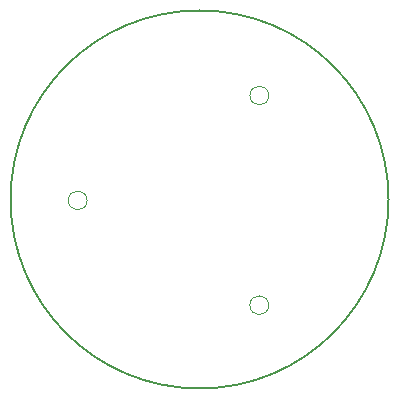
<source format=gbr>
%TF.GenerationSoftware,KiCad,Pcbnew,8.0.4*%
%TF.CreationDate,2024-09-16T16:17:47+01:00*%
%TF.ProjectId,algoritmi_motor,616c676f-7269-4746-9d69-5f6d6f746f72,rev?*%
%TF.SameCoordinates,Original*%
%TF.FileFunction,Profile,NP*%
%FSLAX46Y46*%
G04 Gerber Fmt 4.6, Leading zero omitted, Abs format (unit mm)*
G04 Created by KiCad (PCBNEW 8.0.4) date 2024-09-16 16:17:47*
%MOMM*%
%LPD*%
G01*
G04 APERTURE LIST*
%TA.AperFunction,Profile*%
%ADD10C,0.180000*%
%TD*%
%TA.AperFunction,Profile*%
%ADD11C,0.090000*%
%TD*%
G04 APERTURE END LIST*
D10*
X157000000Y-100343673D02*
G75*
G02*
X125000000Y-100343673I-16000000J0D01*
G01*
X125000000Y-100343673D02*
G75*
G02*
X157000000Y-100343673I16000000J0D01*
G01*
D11*
X131484682Y-100423525D02*
G75*
G02*
X129884682Y-100423525I-800000J0D01*
G01*
X129884682Y-100423525D02*
G75*
G02*
X131484682Y-100423525I800000J0D01*
G01*
X146861365Y-91547737D02*
G75*
G02*
X145261365Y-91547737I-800000J0D01*
G01*
X145261365Y-91547737D02*
G75*
G02*
X146861365Y-91547737I800000J0D01*
G01*
X146856327Y-109302221D02*
G75*
G02*
X145256327Y-109302221I-800000J0D01*
G01*
X145256327Y-109302221D02*
G75*
G02*
X146856327Y-109302221I800000J0D01*
G01*
M02*

</source>
